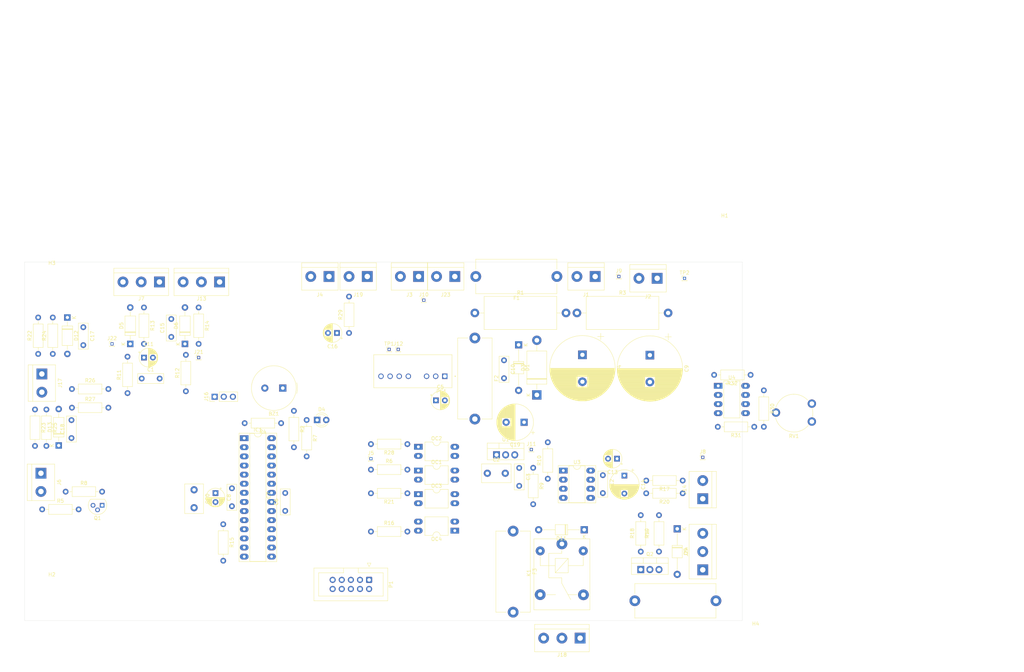
<source format=kicad_pcb>
(kicad_pcb (version 20240108) (generator "pcbnew") (generator_version "8.0")
  (layers (0 "F.Cu" signal) (31 "B.Cu" signal) (34 "B.Paste" user) (35 "F.Paste" user) (36 "B.SilkS" user "B.Silkscreen") (37 "F.SilkS" user "F.Silkscreen") (38 "B.Mask" user) (39 "F.Mask" user) (44 "Edge.Cuts" user))
  (net 0 "")
  (net 1 "/BUZZER")
  (net 2 "GND")
  (net 3 "+24V filtered")
  (net 4 "+18V")
  (net 5 "+5V")
  (net 6 "Net-(D5-K)")
  (net 7 "Net-(D6-K)")
  (net 8 "GNDPWR")
  (net 9 "Net-(D12-K)")
  (net 10 "Net-(IC1-PB6(XTAL1{slash}TOSC1))")
  (net 11 "Net-(D4-A)")
  (net 12 "+BATT")
  (net 13 "Net-(D11-A)")
  (net 14 "Net-(F1-Pad2)")
  (net 15 "/MISO")
  (net 16 "/Switch1")
  (net 18 "/SCK")
  (net 20 "/Mosfet (fan)")
  (net 21 "/UART_RX")
  (net 23 "/RESET")
  (net 24 "/MOSI")
  (net 25 "/LED-ext")
  (net 26 "/UART_TX")
  (net 27 "/LED")
  (net 28 "/analog1")
  (net 30 "/battery-threshold")
  (net 31 "/analog0 (gas)")
  (net 33 "/Switch2")
  (net 34 "/Relay (light)")
  (net 36 "/PWM_0")
  (net 37 "Net-(J6-Pin_2)")
  (net 38 "Net-(J7-Pin_2)")
  (net 39 "Net-(J13-Pin_2)")
  (net 40 "Net-(J17-Pin_1)")
  (net 41 "Net-(J18-Pin_2)")
  (net 42 "Net-(J18-Pin_3)")
  (net 43 "Net-(J18-Pin_1)")
  (net 44 "Net-(U3-INPUT)")
  (net 45 "Net-(OC1-Pad1)")
  (net 46 "Net-(Q1-C)")
  (net 47 "Net-(Q1-B)")
  (net 48 "Net-(Q2-G)")
  (net 49 "Net-(OC2-Pad1)")
  (net 50 "Net-(R1-Pad2)")
  (net 52 "Net-(OC3-Pad1)")
  (net 54 "Net-(D13-K)")
  (net 55 "Net-(J17-Pin_2)")
  (net 56 "Net-(J14-Pin_2)")
  (net 57 "Net-(D1-K)")
  (net 58 "Net-(F3-Pad1)")
  (net 59 "Net-(D9-K)")
  (net 60 "Net-(D9-A)")
  (net 61 "Net-(Q2-D)")
  (net 62 "Net-(BZ1-+)")
  (net 63 "Net-(OC4-Pad1)")
  (net 67 "Net-(U4B--)")
  (net 68 "Net-(R32-Pad1)")
  (net 69 "Net-(U4B-+)")
  (net 71 "Net-(R17-Pad2)")
  (net 72 "Net-(J19-Pin_2)")
  (footprint "MountingHole:MountingHole_5.3mm_M5" (layer "F.Cu") (at 7.62 93.472)
    (property "Reference" "H2" (at 0 -6.3 0) (layer "F.SilkS"))
    (property "Value" "MountingHole")
    (pad "" np_thru_hole circle (at 0 0) (size 5.3 5.3) (drill 5.3) (layers "*.Cu" "*.Mask"))
  )
  (footprint "Diode_THT:D_DO-201AE_P15.24mm_Horizontal" (layer "F.Cu") (at 142.748 37.084 90)
    (property "Reference" "D3" (at 7.62 -3.77 90) (layer "F.SilkS"))
    (property "Value" "TVS 28V (starts 31V)")
    (fp_text user "K" (at 0 -2.3 90) (layer "F.SilkS"))
    (pad "1" thru_hole rect (at 0 0 90) (size 2.6 2.6) (drill 1.3) (layers "*.Cu" "*.Mask") (net 8 "GNDPWR"))
    (pad "2" thru_hole oval (at 15.24 0 90) (size 2.6 2.6) (drill 1.3) (layers "*.Cu" "*.Mask") (net 57 "Net-(D1-K)"))
  )
  (footprint "Connector_PinHeader_1.00mm:PinHeader_1x01_P1.00mm_Vertical" (layer "F.Cu") (at 111.252 10.668)
    (property "Reference" "J10" (at 0 -1.56 0) (layer "F.SilkS"))
    (property "Value" "24V")
    (pad "1" thru_hole rect (at 0 0) (size 0.85 0.85) (drill 0.5) (layers "*.Cu" "*.Mask") (net 3 "+24V filtered"))
  )
  (footprint "Capacitor_THT:C_Disc_D7.0mm_W2.5mm_P5.00mm" (layer "F.Cu") (at 72.644 69.429 90)
    (property "Reference" "C6" (at 2.5 -2.5 90) (layer "F.SilkS"))
    (property "Value" "100nF")
    (pad "1" thru_hole circle (at 0 0 90) (size 1.6 1.6) (drill 0.8) (layers "*.Cu" "*.Mask") (net 5 "+5V"))
    (pad "2" thru_hole circle (at 5 0 90) (size 1.6 1.6) (drill 0.8) (layers "*.Cu" "*.Mask") (net 2 "GND"))
  )
  (footprint "Resistor_THT:R_Axial_DIN0207_L6.3mm_D2.5mm_P10.16mm_Horizontal" (layer "F.Cu") (at 202.311 31.496 180)
    (property "Reference" "R32" (at 5.08 -2.37 360) (layer "F.SilkS"))
    (property "Value" "1k")
    (pad "1" thru_hole circle (at 0 0 180) (size 1.6 1.6) (drill 0.8) (layers "*.Cu" "*.Mask") (net 68 "Net-(R32-Pad1)"))
    (pad "2" thru_hole oval (at 10.16 0 180) (size 1.6 1.6) (drill 0.8) (layers "*.Cu" "*.Mask") (net 63 "Net-(OC4-Pad1)"))
  )
  (footprint "Connector_PinHeader_1.00mm:PinHeader_1x01_P1.00mm_Vertical" (layer "F.Cu") (at 104.14 24.384)
    (property "Reference" "J12" (at 0 -1.56 0) (layer "F.SilkS"))
    (property "Value" "5V")
    (pad "1" thru_hole rect (at 0 0) (size 0.85 0.85) (drill 0.5) (layers "*.Cu" "*.Mask") (net 5 "+5V"))
  )
  (footprint "Buzzer_Beeper:Buzzer_TDK_PS1240P02BT_D12.2mm_H6.5mm" (layer "F.Cu") (at 71.9582 35.179 180)
    (property "Reference" "BZ1" (at 2.5 -7.17 360) (layer "F.SilkS"))
    (property "Value" "Buzzer")
    (pad "1" thru_hole rect (at 0 0 180) (size 2 2) (drill 1) (layers "*.Cu" "*.Mask") (net 62 "Net-(BZ1-+)"))
    (pad "2" thru_hole circle (at 5 0 180) (size 2 2) (drill 1) (layers "*.Cu" "*.Mask") (net 2 "GND"))
  )
  (footprint "Diode_THT:D_T-1_P12.70mm_Horizontal" (layer "F.Cu") (at 155.956 74.676 180)
    (property "Reference" "D11" (at 6.35 -2.42 360) (layer "F.SilkS"))
    (property "Value" "D")
    (fp_text user "K" (at 0 -2 360) (layer "F.SilkS"))
    (pad "1" thru_hole rect (at 0 0 180) (size 2 2) (drill 1) (layers "*.Cu" "*.Mask") (net 3 "+24V filtered"))
    (pad "2" thru_hole oval (at 12.7 0 180) (size 2 2) (drill 1) (layers "*.Cu" "*.Mask") (net 13 "Net-(D11-A)"))
  )
  (footprint "MountingHole:MountingHole_5.3mm_M5" (layer "F.Cu") (at 195.072 -6.604)
    (property "Reference" "H1" (at 0 -6.3 0) (layer "F.SilkS"))
    (property "Value" "MountingHole")
    (pad "" np_thru_hole circle (at 0 0) (size 5.3 5.3) (drill 5.3) (layers "*.Cu" "*.Mask"))
  )
  (footprint "Resistor_THT:R_Axial_DIN0207_L6.3mm_D2.5mm_P10.16mm_Horizontal" (layer "F.Cu") (at 106.68 50.8 180)
    (property "Reference" "R28" (at 5.08 -2.37 360) (layer "F.SilkS"))
    (property "Value" "200")
    (pad "1" thru_hole circle (at 0 0 180) (size 1.6 1.6) (drill 0.8) (layers "*.Cu" "*.Mask") (net 49 "Net-(OC2-Pad1)"))
    (pad "2" thru_hole oval (at 10.16 0 180) (size 1.6 1.6) (drill 0.8) (layers "*.Cu" "*.Mask") (net 20 "/Mosfet (fan)"))
  )
  (footprint "LED_THT:LED_D3.0mm_Clear" (layer "F.Cu") (at 81.529 44.069)
    (property "Reference" "D4" (at 1.27 -2.96 360) (layer "F.SilkS"))
    (property "Value" "LED 3mm green 20mA 2.5V")
    (pad "1" thru_hole rect (at 0 0) (size 1.8 1.8) (drill 0.9) (layers "*.Cu" "*.Mask") (net 11 "Net-(D4-A)"))
    (pad "2" thru_hole circle (at 2.54 0) (size 1.8 1.8) (drill 0.9) (layers "*.Cu" "*.Mask") (net 2 "GND"))
  )
  (footprint "TerminalBlock:TerminalBlock_bornier-3_P5.08mm" (layer "F.Cu") (at 188.976 85.852 90)
    (property "Reference" "J24" (at 5.05 -4.65 90) (layer "F.SilkS"))
    (property "Value" "Fan [GND-supp, Diode, Mosfet]")
    (pad "1" thru_hole rect (at 0 0 90) (size 3 3) (drill 1.52) (layers "*.Cu" "*.Mask") (net 60 "Net-(D9-A)"))
    (pad "2" thru_hole circle (at 5.08 0 90) (size 3 3) (drill 1.52) (layers "*.Cu" "*.Mask") (net 59 "Net-(D9-K)"))
    (pad "3" thru_hole circle (at 10.16 0 90) (size 3 3) (drill 1.52) (layers "*.Cu" "*.Mask") (net 8 "GNDPWR"))
  )
  (footprint "Resistor_THT:R_Axial_DIN0207_L6.3mm_D2.5mm_P10.16mm_Horizontal" (layer "F.Cu") (at 2.921 41.148 -90)
    (property "Reference" "R23" (at 5.08 -2.37 90) (layer "F.SilkS"))
    (property "Value" "10k")
    (pad "1" thru_hole circle (at 0 0 270) (size 1.6 1.6) (drill 0.8) (layers "*.Cu" "*.Mask") (net 55 "Net-(J17-Pin_2)"))
    (pad "2" thru_hole oval (at 10.16 0 270) (size 1.6 1.6) (drill 0.8) (layers "*.Cu" "*.Mask") (net 2 "GND"))
  )
  (footprint "Resistor_THT:R_Axial_DIN0207_L6.3mm_D2.5mm_P10.16mm_Horizontal" (layer "F.Cu") (at 55.372 73.152 -90)
    (property "Reference" "R15" (at 5.08 -2.37 90) (layer "F.SilkS"))
    (property "Value" "330")
    (pad "1" thru_hole circle (at 0 0 270) (size 1.6 1.6) (drill 0.8) (layers "*.Cu" "*.Mask") (net 10 "Net-(IC1-PB6(XTAL1{slash}TOSC1))"))
    (pad "2" thru_hole oval (at 10.16 0 270) (size 1.6 1.6) (drill 0.8) (layers "*.Cu" "*.Mask") (net 2 "GND"))
  )
  (footprint "Package_DIP:DIP-4_W10.16mm_LongPads" (layer "F.Cu") (at 119.883 74.935 180)
    (property "Reference" "OC4" (at 5.08 -2.33 360) (layer "F.SilkS"))
    (property "Value" "LTV-817")
    (pad "1" thru_hole rect (at 0 0 180) (size 2.4 1.6) (drill 0.8) (layers "*.Cu" "*.Mask") (net 63 "Net-(OC4-Pad1)"))
    (pad "2" thru_hole oval (at 0 2.54 180) (size 2.4 1.6) (drill 0.8) (layers "*.Cu" "*.Mask") (net 8 "GNDPWR"))
    (pad "3" thru_hole oval (at 10.16 2.54 180) (size 2.4 1.6) (drill 0.8) (layers "*.Cu" "*.Mask") (net 2 "GND"))
    (pad "4" thru_hole oval (at 10.16 0 180) (size 2.4 1.6) (drill 0.8) (layers "*.Cu" "*.Mask") (net 30 "/battery-threshold"))
  )
  (footprint "Resistor_THT:R_Axial_DIN0207_L6.3mm_D2.5mm_P10.16mm_Horizontal" (layer "F.Cu") (at 7.874 25.654 90)
    (property "Reference" "R24" (at 5.08 -2.37 90) (layer "F.SilkS"))
    (property "Value" "10k")
    (pad "1" thru_hole circle (at 0 0 90) (size 1.6 1.6) (drill 0.8) (layers "*.Cu" "*.Mask") (net 40 "Net-(J17-Pin_1)"))
    (pad "2" thru_hole oval (at 10.16 0 90) (size 1.6 1.6) (drill 0.8) (layers "*.Cu" "*.Mask") (net 9 "Net-(D12-K)"))
  )
  (footprint "Resistor_THT:R_Axial_DIN0207_L6.3mm_D2.5mm_P10.16mm_Horizontal" (layer "F.Cu") (at 176.784 80.772 90)
    (property "Reference" "R19" (at 5.08 -3.3274 90) (layer "F.SilkS"))
    (property "Value" "10k")
    (pad "1" thru_hole circle (at 0 0 90) (size 1.6 1.6) (drill 0.8) (layers "*.Cu" "*.Mask") (net 8 "GNDPWR"))
    (pad "2" thru_hole oval (at 10.16 0 90) (size 1.6 1.6) (drill 0.8) (layers "*.Cu" "*.Mask") (net 48 "Net-(Q2-G)"))
  )
  (footprint "Capacitor_THT:CP_Radial_D5.0mm_P2.50mm" (layer "F.Cu") (at 87.057112 19.812 180)
    (property "Reference" "C16" (at 1.25 -3.75 360) (layer "F.SilkS"))
    (property "Value" "10uf")
    (pad "1" thru_hole rect (at 0 0 180) (size 1.6 1.6) (drill 0.8) (layers "*.Cu" "*.Mask") (net 5 "+5V"))
    (pad "2" thru_hole circle (at 2.5 0 180) (size 1.6 1.6) (drill 0.8) (layers "*.Cu" "*.Mask") (net 2 "GND"))
  )
  (footprint "Resistor_THT:R_Axial_DIN0207_L6.3mm_D2.5mm_P10.16mm_Horizontal" (layer "F.Cu") (at 48.514 12.7 -90)
    (property "Reference" "R14" (at 5.08 -2.37 90) (layer "F.SilkS"))
    (property "Value" "1k")
    (pad "1" thru_hole circle (at 0 0 270) (size 1.6 1.6) (drill 0.8) (layers "*.Cu" "*.Mask") (net 39 "Net-(J13-Pin_2)"))
    (pad "2" thru_hole oval (at 10.16 0 270) (size 1.6 1.6) (drill 0.8) (layers "*.Cu" "*.Mask") (net 7 "Net-(D6-K)"))
  )
  (footprint "Diode_THT:D_A-405_P10.16mm_Horizontal" (layer "F.Cu") (at 29.464 22.86 90)
    (property "Reference" "D5" (at 5.08 -2.47 90) (layer "F.SilkS"))
    (property "Value" "5V1")
    (fp_text user "K" (at 0 -1.9 90) (layer "F.SilkS"))
    (pad "1" thru_hole rect (at 0 0 90) (size 1.8 1.8) (drill 0.9) (layers "*.Cu" "*.Mask") (net 6 "Net-(D5-K)"))
    (pad "2" thru_hole oval (at 10.16 0 90) (size 1.8 1.8) (drill 0.9) (layers "*.Cu" "*.Mask") (net 2 "GND"))
  )
  (footprint "Capacitor_THT:CP_Radial_D5.0mm_P2.50mm" (layer "F.Cu") (at 165.1 54.864 180)
    (property "Reference" "C13" (at 1.25 -3.75 360) (layer "F.SilkS"))
    (property "Value" "10uF")
    (pad "1" thru_hole rect (at 0 0 180) (size 1.6 1.6) (drill 0.8) (layers "*.Cu" "*.Mask") (net 4 "+18V"))
    (pad "2" thru_hole circle (at 2.5 0 180) (size 1.6 1.6) (drill 0.8) (layers "*.Cu" "*.Mask") (net 8 "GNDPWR"))
  )
  (footprint "Resistor_THT:R_Axial_DIN0207_L6.3mm_D2.5mm_P10.16mm_Horizontal" (layer "F.Cu") (at 28.702 36.576 90)
    (property "Reference" "R11" (at 5.08 -2.37 90) (layer "F.SilkS"))
    (property "Value" "2k2")
    (pad "1" thru_hole circle (at 0 0 90) (size 1.6 1.6) (drill 0.8) (layers "*.Cu" "*.Mask") (net 31 "/analog0 (gas)"))
    (pad "2" thru_hole oval (at 10.16 0 90) (size 1.6 1.6) (drill 0.8) (layers "*.Cu" "*.Mask") (net 6 "Net-(D5-K)"))
  )
  (footprint "Capacitor_THT:C_Disc_D7.0mm_W2.5mm_P5.00mm" (layer "F.Cu") (at 161.1376 59.4652 -90)
    (property "Reference" "C12" (at 2.5 -2.5 90) (layer "F.SilkS"))
    (property "Value" "100n")
    (pad "1" thru_hole circle (at 0 0 270) (size 1.6 1.6) (drill 0.8) (layers "*.Cu" "*.Mask") (net 4 "+18V"))
    (pad "2" thru_hole circle (at 5 0 270) (size 1.6 1.6) (drill 0.8) (layers "*.Cu" "*.Mask") (net 8 "GNDPWR"))
  )
  (footprint "Resistor_THT:R_Axial_DIN0207_L6.3mm_D2.5mm_P10.16mm_Horizontal" (layer "F.Cu") (at 141.732 57.404 -90)
    (property "Reference" "R9" (at 5.08 -2.37 90) (layer "F.SilkS"))
    (property "Value" "12k (15k used)")
    (pad "1" thru_hole circle (at 0 0 270) (size 1.6 1.6) (drill 0.8) (layers "*.Cu" "*.Mask") (net 4 "+18V"))
    (pad "2" thru_hole oval (at 10.16 0 270) (size 1.6 1.6) (drill 0.8) (layers "*.Cu" "*.Mask") (net 44 "Net-(U3-INPUT)"))
  )
  (footprint "Diode_THT:D_A-405_P10.16mm_Horizontal" (layer "F.Cu") (at 44.704 22.86 90)
    (property "Reference" "D6" (at 5.08 -2.47 90) (layer "F.SilkS"))
    (property "Value" "5V1")
    (fp_text user "K" (at 0 -1.9 90) (layer "F.SilkS"))
    (pad "1" thru_hole rect (at 0 0 90) (size 1.8 1.8) (drill 0.9) (layers "*.Cu" "*.Mask") (net 7 "Net-(D6-K)"))
    (pad "2" thru_hole oval (at 10.16 0 90) (size 1.8 1.8) (drill 0.9) (layers "*.Cu" "*.Mask") (net 2 "GND"))
  )
  (footprint "Capacitor_THT:C_Disc_D8.0mm_W5.0mm_P5.00mm" (layer "F.Cu") (at 128.954123 58.928)
    (property "Reference" "C2" (at 2.5 -3.75 360) (layer "F.SilkS"))
    (property "Value" "330nF")
    (pad "1" thru_hole circle (at 0 0) (size 2 2) (drill 1) (layers "*.Cu" "*.Mask") (net 3 "+24V filtered"))
    (pad "2" thru_hole circle (at 5 0) (size 2 2) (drill 1) (layers "*.Cu" "*.Mask") (net 8 "GNDPWR"))
  )
  (footprint "Resistor_THT:R_Axial_DIN0207_L6.3mm_D2.5mm_P10.16mm_Horizontal" (layer "F.Cu") (at 205.994 35.814 -90)
    (property "Reference" "R30" (at 5.08 -2.37 90) (layer "F.SilkS"))
    (property "Value" "150k")
    (pad "1" thru_hole circle (at 0 0 270) (size 1.6 1.6) (drill 0.8) (layers "*.Cu" "*.Mask") (net 3 "+24V filtered"))
    (pad "2" thru_hole oval (at 10.16 0 270) (size 1.6 1.6) (drill 0.8) (layers "*.Cu" "*.Mask") (net 67 "Net-(U4B--)"))
  )
  (footprint "Package_DIP:DIP-4_W10.16mm_LongPads" (layer "F.Cu") (at 109.733 58.161)
    (property "Reference" "OC1" (at 5.08 -2.33 0) (layer "F.SilkS"))
    (property "Value" "LTV-817")
    (pad "1" thru_hole rect (at 0 0) (size 2.4 1.6) (drill 0.8) (layers "*.Cu" "*.Mask") (net 45 "Net-(OC1-Pad1)"))
    (pad "2" thru_hole oval (at 0 2.54) (size 2.4 1.6) (drill 0.8) (layers "*.Cu" "*.Mask") (net 2 "GND"))
    (pad "3" thru_hole oval (at 10.16 2.54) (size 2.4 1.6) (drill 0.8) (layers "*.Cu" "*.Mask") (net 8 "GNDPWR"))
    (pad "4" thru_hole oval (at 10.16 0) (size 2.4 1.6) (drill 0.8) (layers "*.Cu" "*.Mask") (net 44 "Net-(U3-INPUT)"))
  )
  (footprint "Fuse:Fuseholder_Cylinder-5x20mm_Stelvio-Kontek_PTF78_Horizontal_Open" (layer "F.Cu") (at 125.476 21.212 -90)
    (property "Reference" "F2" (at 11.25 -6 90) (layer "F.SilkS"))
    (property "Value" "500mA")
    (pad "1" thru_hole circle (at 0 0 270) (size 3 3) (drill 1.5) (layers "*.Cu" "*.Mask") (net 57 "Net-(D1-K)"))
    (pad "2" thru_hole circle (at 22.6 0 270) (size 3 3) (drill 1.5) (layers "*.Cu" "*.Mask") (net 3 "+24V filtered"))
  )
  (footprint "Capacitor_THT:C_Disc_D7.0mm_W2.5mm_P5.00mm" (layer "F.Cu") (at 13.081 49.109 90)
    (property "Reference" "C18" (at 2.5 -2.5 90) (layer "F.SilkS"))
    (property "Value" "100n")
    (pad "1" thru_hole circle (at 0 0 90) (size 1.6 1.6) (drill 0.8) (layers "*.Cu" "*.Mask") (net 54 "Net-(D13-K)"))
    (pad "2" thru_hole circle (at 5 0 90) (size 1.6 1.6) (drill 0.8) (layers "*.Cu" "*.Mask") (net 2 "GND"))
  )
  (footprint "Capacitor_THT:CP_Radial_D18.0mm_P7.50mm" (layer "F.Cu") (at 174.244 25.98622 -90)
    (property "Reference" "C9" (at 3.75 -10.25 90) (layer "F.SilkS"))
    (property "Value" "2200uf")
    (pad "1" thru_hole rect (at 0 0 270) (size 2.4 2.4) (drill 1.2) (layers "*.Cu" "*.Mask") (net 57 "Net-(D1-K)"))
    (pad "2" thru_hole circle (at 7.5 0 270) (size 2.4 2.4) (drill 1.2) (layers "*.Cu" "*.Mask") (net 8 "GNDPWR"))
  )
  (footprint "Resistor_THT:R_Axial_DIN0207_L6.3mm_D2.5mm_P10.16mm_Horizontal" (layer "F.Cu") (at 71.501 44.958 180)
    (property "Reference" "R4" (at 5.08 -2.37 360) (layer "F.SilkS"))
    (property "Value" "10k")
    (pad "1" thru_hole circle (at 0 0 180) (size 1.6 1.6) (drill 0.8) (layers "*.Cu" "*.Mask") (net 5 "+5V"))
    (pad "2" thru_hole oval (at 10.16 0 180) (size 1.6 1.6) (drill 0.8) (layers "*.Cu" "*.Mask") (net 23 "/RESET"))
  )
  (footprint "TerminalBlock:TerminalBlock_bornier-3_P5.08mm" (layer "F.Cu") (at 154.813 104.902 180)
    (property "Reference" "J18" (at 5.05 -4.65 360) (layer "F.SilkS"))
    (property "Value" "Relay contacts [NO, COM, NC]")
    (pad "1" thru_hole rect (at 0 0 180) (size 3 3) (drill 1.52) (layers "*.Cu" "*.Mask") (net 43 "Net-(J18-Pin_1)"))
    (pad "2" thru_hole circle (at 5.08 0 180) (size 3 3) (drill 1.52) (layers "*.Cu" "*.Mask") (net 41 "Net-(J18-Pin_2)"))
    (pad "3" thru_hole circle (at 10.16 0 180) (size 3 3) (drill 1.52) (layers "*.Cu" "*.Mask") (net 42 "Net-(J18-Pin_3)"))
  )
  (footprint "Capacitor_THT:CP_Radial_D18.0mm_P7.50mm" (layer "F.Cu") (at 155.448 25.908 -90)
    (property "Reference" "C4" (at 3.75 -10.25 90) (layer "F.SilkS"))
    (property "Value" "2200uf")
    (pad "1" thru_hole rect (at 0 0 270) (size 2.4 2.4) (drill 1.2) (layers "*.Cu" "*.Mask") (net 57 "Net-(D1-K)"))
    (pad "2" thru_hole circle (at 7.5 0 270) (size 2.4 2.4) (drill 1.2) (layers "*.Cu" "*.Mask") (net 8 "GNDPWR"))
  )
  (footprint "Capacitor_THT:C_Disc_D7.0mm_W2.5mm_P5.00mm" (layer "F.Cu") (at 16.383 18.201 -90)
    (property "Reference" "C17" (at 2.5 -2.5 90) (layer "F.SilkS"))
    (property "Value" "100n")
    (pad "1" thru_hole circle (at 0 0 270) (size 1.6 1.6) (drill 0.8) (layers "*.Cu" "*.Mask") (net 9 "Net-(D12-K)"))
    (pad "2" thru_hole circle (at 5 0 270) (size 1.6 1.6) (drill 0.8) (layers "*.Cu" "*.Mask") (net 2 "GND"))
  )
  (footprint "Resistor_THT:R_Axial_DIN0207_L6.3mm_D2.5mm_P10.16mm_Horizontal" (layer "F.Cu") (at 78.613 44.069 -90)
    (property "Reference" "R7" (at 5.08 -2.37 90) (layer "F.SilkS"))
    (property "Value" "130")
    (pad "1" thru_hole circle (at 0 0 270) (size 1.6 1.6) (drill 0.8) (layers "*.Cu" "*.Mask") (net 11 "Net-(D4-A)"))
    (pad "2" thru_hole oval (at 10.16 0 270) (size 1.6 1.6) (drill 0.8) (layers "*.Cu" "*.Mask") (net 27 "/LED"))
  )
  (footprint "TerminalBlock:TerminalBlock_bornier-2_P5.08mm" (layer "F.Cu") (at 176.276 4.572 180)
    (property "Reference" "J2" (at 2.54 -5.08 360) (layer "F.SilkS"))
    (property "Value" "ST 2x GND power")
    (pad "1" thru_hole rect (at 0 0 180) (size 3 3) (drill 1.52) (layers "*.Cu" "*.Mask") (net 8 "GNDPWR"))
    (pad "2" thru_hole circle (at 5.08 0 180) (size 3 3) (drill 1.52) (layers "*.Cu" "*.Mask") (net 8 "GNDPWR"))
  )
  (footprint "Resistor_THT:R_Axial_DIN0207_L6.3mm_D2.5mm_P10.16mm_Horizontal" (layer "F.Cu") (at 171.704 80.772 90)
    (property "Reference" "R18" (at 5.08 -2.37 90) (layer "F.SilkS"))
    (property "Value" "10k")
    (pad "1" thru_hole circle (at 0 0 90) (size 1.6 1.6) (drill 0.8) (layers "*.Cu" "*.Mask") (net 48 "Net-(Q2-G)"))
    (pad "2" thru_hole oval (at 10.16 0 90) (size 1.6 1.6) (drill 0.8) (layers "*.Cu" "*.Mask") (net 3 "+24V filtered"))
  )
  (footprint "Capacitor_THT:CP_Radial_D10.0mm_P5.00mm" (layer "F.Cu") (at 139.192 44.704 180)
    (property "Reference" "C19" (at 2.5 -6.25 360) (layer "F.SilkS"))
    (property "Value" "1000u")
    (pad "1" thru_hole rect (at 0 0 180) (size 2 2) (drill 1) (layers "*.Cu" "*.Mask") (net 4 "+18V"))
    (pad "2" thru_hole circle (at 5 0 180) (size 2 2) (drill 1) (layers "*.Cu" "*.Mask") (net 8 "GNDPWR"))
  )
  (footprint "Capacitor_THT:C_Disc_D7.0mm_W2.5mm_P5.00mm" (layer "F.Cu") (at 40.894 20.915 90)
    (property "Reference" "C15" (at 2.5 -2.5 90) (layer "F.SilkS"))
    (property "Value" "100n")
    (pad "1" thru_hole circle (at 0 0 90) (size 1.6 1.6) (drill 0.8) (layers "*.Cu" "*.Mask") (net 7 "Net-(D6-K)"))
    (pad "2" thru_hole circle (at 5 0 90) (size 1.6 1.6) (drill 0.8) (layers "*.Cu" "*.Mask") (net 2 "GND"))
  )
  (footprint "Fuse:Fuseholder_Cylinder-5x20mm_Stelvio-Kontek_PTF78_Horizontal_Open" (layer "F.Cu") (at 170.056 94.488)
    (property "Reference" "F4" (at 3.46 -18.793 90) (layer "F.SilkS"))
    (property "Value" "500mA")
    (pad "1" thru_hole circle (at 0 0) (size 3 3) (drill 1.5) (layers "*.Cu" "*.Mask") (net 61 "Net-(Q2-D)"))
    (pad "2" thru_hole circle (at 22.6 0) (size 3 3) (drill 1.5) (layers "*.Cu" "*.Mask") (net 60 "Net-(D9-A)"))
  )
  (footprint "Package_TO_SOT_THT:TO-220-3_Vertical" (layer "F.Cu") (at 131.515723 53.7972)
    (property "Reference" "U1" (at 2.54 -4.27 360) (layer "F.SilkS"))
    (property "Value" "LM7818CT")
    (pad "1" thru_hole rect (at 0 0) (size 1.905 2) (drill 1.1) (layers "*.Cu" "*.Mask") (net 3 "+24V filtered"))
    (pad "2" thru_hole oval (at 2.54 0) (size 1.905 2) (drill 1.1) (layers "*.Cu" "*.Mask") (net 8 "GNDPWR"))
    (pad "3" thru_hole oval (at 5.08 0) (size 1.905 2) (drill 1.1) (layers "*.Cu" "*.Mask") (net 4 "+18V"))
  )
  (footprint "Package_DIP:DIP-4_W10.16mm_LongPads" (layer "F.Cu") (at 109.733 64.765)
    (property "Reference" "OC3" (at 5.08 -2.33 0) (layer "F.SilkS"))
    (property "Value" "LTV-817")
    (pad "1" thru_hole rect (at 0 0) (size 2.4 1.6) (drill 0.8) (layers "*.Cu" "*.Mask") (net 52 "Net-(OC3-Pad1)"))
    (pad "2" thru_hole oval (at 0 2.54) (size 2.4 1.6) (drill 0.8) (layers "*.Cu" "*.Mask") (net 2 "GND"))
    (pad "3" thru_hole oval (at 10.16 2.54) (size 2.4 1.6) (drill 0.8) (layers "*.Cu" "*.Mask") (net 8 "GNDPWR"))
    (pad "4" thru_hole oval (at 10.16 0) (size 2.4 1.6) (drill 0.8) (layers "*.Cu" "*.Mask") (net 13 "Net-(D11-A)"))
  )
  (footprint "TerminalBlock:TerminalBlock_bornier-2_P5.08mm" (layer "F.Cu") (at 4.572 58.928 -90)
    (property "Reference" "J6" (at 2.54 -5.08 90) (layer "F.SilkS"))
    (property "Value" "LED 3,2V 20mA [-, +]")
    (pad "1" thru_hole rect (at 0 0 270) (size 3 3) (drill 1.52) (layers "*.Cu" "*.Mask") (net 5 "+5V"))
    (pad "2" thru_hole circle (at 5.08 0 270) (size 3 3) (drill 1.52) (layers "*.Cu" "*.Mask") (net 37 "Net-(J6-Pin_2)"))
  )
  (footprint "MountingHole:MountingHole_5.3mm_M5" (layer "F.Cu") (at 203.708 107.188)
    (property "Reference" "H4" (at 0 -6.3 0) (layer "F.SilkS"))
    (property "Value" "MountingHole")
    (pad "" np_thru_hole circle (at 0 0) (size 5.3 5.3) (drill 5.3) (layers "*.Cu" "*.Mask"))
  )
  (footprint "Package_DIP:DIP-4_W10.16mm_LongPads" (layer "F.Cu") (at 109.728 51.557)
    (property "Reference" "OC2" (at 5.08 -2.33 0) (layer "F.SilkS"))
    (property "Value" "LTV-817")
    (pad "1" thru_hole rect (at 0 0) (size 2.4 1.6) (drill 0.8) (layers "*.Cu" "*.Mask") (net 49 "Net-(OC2-Pad1)"))
    (pad "2" thru_hole oval (at 0 2.54) (size 2.4 1.6) (drill 0.8) (layers "*.Cu" "*.Mask") (net 2 "GND"))
    (pad "3" thru_hole oval (at 10.16 2.54) (size 2.4 1.6) (drill 0.8) (layers "*.Cu" "*.Mask") (net 8 "GNDPWR"))
    (pad "4" thru_hole oval (at 10.16 0) (size 2.4 1.6) (drill 0.8) (layers "*.Cu" "*.Mask") (net 48 "Net-(Q2-G)"))
  )
  (footprint "Package_TO_SOT_THT:TO-220-3_Vertical" (layer "F.Cu") (at 171.704 85.781)
    (property "Reference" "Q2" (at 2.54 -4.27 360) (layer "F.SilkS"))
    (property "Value" "IRFZ24N")
    (pad "1" thru_hole rect (at 0 0) (size 1.905 2) (drill 1.1) (layers "*.Cu" "*.Mask") (net 48 "Net-(Q2-G)"))
    (pad "2" thru_hole oval (at 2.54 0) (size 1.905 2) (drill 1.1) (layers "*.Cu" "*.Mask") (net 61 "Net-(Q2-D)"))
    (pad "3" thru_hole oval (at 5.08 0) (size 1.905 2) (drill 1.1) (layers "*.Cu" "*.Mask") (net 8 "GNDPWR"))
  )
  (footprint "Package_DIP_AKL:DIP-8_W7.62mm_LongPads" (layer "F.Cu") (at 193.279 34.554)
    (property "Reference" "U4" (at 3.81 -2.33 0) (layer "F.SilkS"))
    (property "Value" "LM358N" (hide yes))
    (pad "1" thru_hole rect (at 0 0) (size 2.4 1.6) (drill 0.8) (layers "*.Cu" "*.Mask"))
    (pad "2" thru_hole oval (at 0 2.54) (size 2.4 1.6) (drill 0.8) (layers "*.Cu" "*.Mask") (net 8 "GNDPWR"))
    (pad "3" thru_hole oval (at 0 5.08) (size 2.4 1.6) (drill 0.8) (layers "*.Cu" "*.Mask") (net 8 "GNDPWR"))
    (pad "4" thru_hole oval (at 0 7.62) (size 2.4 1.6) (drill 0.8) (layers "*.Cu" "*.Mask") (net 8 "GNDPWR"))
    (pad "5" thru_hole oval (at 7.62 7.62) (size 2.4 1.6) (drill 0.8) (layers "*.Cu" "*.Mask") (net 69 "Net-(U4B-+)"))
    (pad "6" thru_hole oval (at 7.62 5.08) (size 2.4 1.6) (drill 0.8) (layers "*.Cu" "*.Mask") (net 67 "Net-(U4B--)"))
    (pad "7" thru_hole oval (at 7.62 2.54) (size 2.4 1.6) (drill 0.8) (layers "*.Cu" "*.Mask") (net 68 "Net-(R32-Pad1)"))
    (pad "8" thru_hole oval (at 7.62 0) (size 2.4 1.6) (drill 0.8) (layers "*.Cu" "*.Mask") (net 4 "+18V"))
  )
  (footprint "Diode_THT:D_T-1_P12.70mm_Horizontal" (layer "F.Cu") (at 137.668 23.114 -90)
    (property "Reference" "D1" (at 6.35 -2.42 90) (layer "F.SilkS"))
    (property "Value" "D")
    (fp_text user "K" (at 0 -2 90) (layer "F.SilkS"))
    (pad "1" thru_hole rect (at 0 0 270) (size 2 2) (drill 1) (layers "*.Cu" "*.Mask") (net 57 "Net-(D1-K)"))
    (pad "2" thru_hole oval (at 12.7 0 270) (size 2 2) (drill 1) (layers "*.Cu" "*.Mask") (net 8 "GNDPWR"))
  )
  (footprint "Fuse:Fuseholder_Cylinder-5x20mm_Stelvio-Kontek_PTF78_Horizontal_Open" (layer "F.Cu") (at 148.336 4.064 180)
    (property "Reference" "F1" (at 11.25 -6 360) (layer "F.SilkS"))
    (property "Value" "slow, max 4A")
    (pad "1" thru_hole circle (at 0 0 180) (size 3 3) (drill 1.5) (layers "*.Cu" "*.Mask") (net 12 "+BATT"))
    (pad "2" thru_hole circle (at 22.6 0 180) (size 3 3) (drill 1.5) (layers "*.Cu" "*.Mask") (net 14 "Net-(F1-Pad2)"))
  )
  (footprint "TerminalBlock:TerminalBlock_bornier-2_P5.08mm" (layer "F.Cu") (at 188.976 66.04 90)
    (property "Reference" "J14" (at 2.54 -5.08 90) (layer "F.SilkS"))
    (property "Value" "IGBT [GND, Gate]")
    (pad "1" thru_hole rect (at 0 0 90) (size 3 3) (drill 1.52) (layers "*.Cu" "*.Mask") (net 8 "GNDPWR"))
    (pad "2" thru_hole circle (at 5.08 0 90) (size 3 3) (drill 1.52) (layers "*.Cu" "*.Mask") (net 56 "Net-(J14-Pin_2)"))
  )
  (footprint "Resistor_THT:R_Axial_DIN0207_L6.3mm_D2.5mm_P10.16mm_Horizontal" (layer "F.Cu") (at 145.796 60.452 90)
    (property "Reference" "R10" (at 5.08 -2.37 90) (layer "F.SilkS"))
    (property "Value" "4k7")
    (pad "1" thru_hole circle (at 0 0 90) (size 1.6 1.6) (drill 0.8) (layers "*.Cu" "*.Mask") (net 44 "Net-(U3-INPUT)"))
    (pad "2" thru_hole oval (at 10.16 0 90) (size 1.6 1.6) (drill 0.8) (layers "*.Cu" "*.Mask") (net 8 "GNDPWR"))
  )
  (footprint "Capacitor_THT:C_Disc_D7.0mm_W2.5mm_P5.00mm" (layer "F.Cu") (at 133.604 27.432 -90)
    (property "Reference" "C10" (at 2.5 -2.5 90) (layer "F.SilkS"))
    (property "Value" "100n")
    (pad "1" thru_hole circle (at 0 0 270) (size 1.6 1.6) (drill 0.8) (layers "*.Cu" "*.Mask") (net 57 "Net-(D1-K)"))
    (pad "2" thru_hole circle (at 5 0 270) (size 1.6 1.6) (drill 0.8) (layers "*.Cu" "*.Mask") (net 8 "GNDPWR"))
  )
  (footprint "Resistor_THT:R_Axial_DIN0207_L6.3mm_D2.5mm_P10.16mm_Horizontal" (layer "F.Cu") (at 4.92 69)
    (property "Reference" "R5" (at 5.08 -2.37 0) (layer "F.SilkS"))
    (property "Value" "470")
    (pad "1" thru_hole circle (at 0 0) (size 1.6 1.6) (drill 0.8) (layers "*.Cu" "*.Mask") (net 25 "/LED-ext"))
    (pad "2" thru_hole oval (at 10.16 0) (size 1.6 1.6) (drill 0.8) (layers "*.Cu" "*.Mask") (net 47 "Net-(Q1-B)"))
  )
  (footprint "Resistor_THT:R_Axial_DIN0207_L6.3mm_D2.5mm_P10.16mm_Horizontal" (layer "F.Cu") (at 11.46 64.056)
    (property "Reference" "R8" (at 5.08 -2.37 0) (layer "F.SilkS"))
    (property "Value" "100")
    (pad "1" thru_hole circle (at 0 0) (size 1.6 1.6) (drill 0.8) (layers "*.Cu" "*.Mask") (net 37 "Net-(J6-Pin_2)"))
    (pad "2" thru_hole oval (at 10.16 0) (size 1.6 1.6) (drill 0.8) (layers "*.Cu" "*.Mask") (net 46 "Net-(Q1-C)"))
  )
  (footprint "Diode_THT:D_A-405_P10.16mm_Horizontal" (layer "F.Cu") (at 9.525 51.181 90)
    (property "Reference" "D13" (at 5.08 -2.47 90) (layer "F.SilkS"))
    (property "Value" "5V1")
    (fp_text user "K" (at 0 -1.9 90) (layer "F.SilkS"))
    (pad "1" thru_hole rect (at 0 0 90) (size 1.8 1.8) (drill 0.9) (layers "*.Cu" "*.Mask") (net 54 "Net-(D13-K)"))
    (pad "2" thru_hole oval (at 10.16 0 90) (size 1.8 1.8) (drill 0.9) (layers "*.Cu" "*.Mask") (net 2 "GND"))
  )
  (footprint "Diode_THT:D_T-1_P12.70mm_Horizontal" (layer "F.Cu") (at 181.864 74.422 -90)
    (property "Reference" "D9" (at 6.35 -2.42 90) (layer "F.SilkS"))
    (property "Value" "D")
    (fp_text user "K" (at 0 -2 90) (layer "F.SilkS"))
    (pad "1" thru_hole rect (at 0 0 270) (size 2 2) (drill 1) (layers "*.Cu" "*.Mask") (net 59 "Net-(D9-K)"))
    (pad "2" thru_hole oval (at 12.7 0 270) (size 2 2) (drill 1) (layers "*.Cu" "*.Mask") (net 60 "Net-(D9-A)"))
  )
  (footprint "Capacitor_THT:C_Disc_D8.0mm_W5.0mm_P5.00mm" (layer "F.Cu") (at 47.244 63.54 -90)
    (property "Reference" "C20" (at 2.5 -3.75 90) (layer "F.SilkS"))
    (property "Value" "330nF")
    (pad "1" thru_hole circle (at 0 0 270) (size 2 2) (drill 1) (layers "*.Cu" "*.Mask") (net 5 "+5V"))
    (pad "2" thru_hole circle (at 5 0 270) (size 2 2) (drill 1) (layers "*.Cu" "*.Mask") (net 2 "GND"))
  )
  (footprint "TerminalBlock:TerminalBlock_bornier-2_P5.08mm" (layer "F.Cu") (at 159.004 4.064 180)
    (property "Reference" "J1" (at 2.54 -5.08 360) (layer "F.SilkS"))
    (property "Value" "2x BATT IN")
    (pad "1" thru_hole rect (at 0 0 180) (size 3 3) (drill 1.52) (layers "*.Cu" "*.Mask") (net 12 "+BATT"))
    (pad "2" thru_hole circle (at 5.08 0 180) (size 3 3) (drill 1.52) (layers "*.Cu" "*.Mask") (net 12 "+BATT"))
  )
  (footprint "Resistor_THT:R_Axial_DIN0207_L6.3mm_D2.5mm_P10.16mm_Horizontal" (layer "F.Cu") (at 96.52 75.184)
    (property "Reference" "R16" (at 5.08 -2.37 360) (layer "F.SilkS"))
    (property "Value" "10k")
    (pad "1" thru_hole circle (at 0 0) (size 1.6 1.6) (drill 0.8) (layers "*.Cu" "*.Mask") (net 5 "+5V"))
    (pad "2" thru_hole oval (at 10.16 0) (size 1.6 1.6) (drill 0.8) (layers "*.Cu" "*.Mask") (net 30 "/battery-threshold"))
  )
  (footprint "Relay_THT:Relay_SPDT_SANYOU_SRD_Series_Form_C" (layer "F.Cu") (at 149.733 78.622 -90)
    (property "Reference" "K1" (at 8.1 9.2 90) (layer "F.SilkS"))
    (property "Value" "24V relay")
    (pad "1" thru_hole circle (at 0 0) (size 3 3) (drill 1.3) (layers "*.Cu" "*.Mask") (net 58 "Net-(F3-Pad1)"))
    (pad "2" thru_hole circle (at 1.95 6.05) (size 2.5 2.5) (drill 1) (layers "*.Cu" "*.Mask") (net 13 "Net-(D11-A)"))
    (pad "3" thru_hole circle (at 14.15 6.05) (size 3 3) (drill 1.3) (layers "*.Cu" "*.Mask") (net 42 "Net-(J18-Pin_3)"))
    (pad "4" thru_hole circle (at 14.2 -6) (size 3 3) (drill 1.3) (layers "*.Cu" "*.Mask") (net 43 "Net-(J18-Pin_1)"))
    (pad "5" thru_hole circle (at 1.95 -5.95) (size 2.5 2.5) (drill 1) (layers "*.Cu" "*.Mask") (net 3 "+24V filtered"))
  )
  (footprint "Capacitor_THT:CP_Radial_D8.0mm_P5.00mm" (layer "F.Cu") (at 167.132 59.573349 -90)
    (property "Reference" "C14" (at 2.5 -5.25 90) (layer "F.SilkS"))
    (property "Value" "100uF")
    (pad "1" thru_hole rect (at 0 0 270) (size 1.6 1.6) (drill 0.8) (layers "*.Cu" "*.Mask") (net 4 "+18V"))
    (pad "2" thru_hole circle (at 5 0 270) (size 1.6 1.6) (drill 0.8) (layers "*.Cu" "*.Mask") (net 8 "GNDPWR"))
  )
  (footprint "Connector_PinHeader_2.54mm:PinHeader_1x03_P2.54mm_Vertical" (layer "F.Cu") (at 52.974 37.592 90)
    (property "Reference" "J16" (at 0 -2.33 90) (layer "F.SilkS"))
    (property "Value" "UART [TX, RX, GND]")
    (pad "1" thru_hole rect (at 0 0 90) (size 1.7 1.7) (drill 1) (layers "*.Cu" "*.Mask") (net 26 "/UART_TX"))
    (pad "2" thru_hole oval (at 0 2.54 90) (size 1.7 1.7) (drill 1) (layers "*.Cu" "*.Mask") (net 21 "/UART_RX"))
    (pad "3" thru_hole oval (at 0 5.08 90) (size 1.7 1.7) (drill 1) (layers "*.Cu" "*.Mask") (net 2 "GND"))
  )
  (footprint "Connector_PinHeader_1.00mm:PinHeader_1x01_P1.00mm_Vertical" (layer "F.Cu") (at 141.224 52.324)
    (property "Reference" "J11" (at 0 -1.56 0) (layer "F.SilkS"))
    (property "Value" "18V")
    (pad "1" thru_hole rect (at 0 0) (size 0.85 0.85) (drill 0.5) (layers "*.Cu" "*.Mask") (net 4 "+18V"))
  )
  (footprint "TerminalBlock:TerminalBlock_bornier-3_P5.08mm" (layer "F.Cu") (at 54.356 5.588 180)
    (property "Reference" "J13" (at 5.05 -4.65 180) (layer "F.SilkS"))
    (property "Value" "ADC reserve")
    (pad "1" thru_hole rect (at 0 0 180) (size 3 3) (drill 1.52) (layers "*.Cu" "*.Mask") (net 2 "GND"))
    (pad "2" thru_hole circle (at 5.08 0 180) (size 3 3) (drill 1.52) (layers "*.Cu" "*.Mask") (net 39 "Net-(J13-Pin_2)"))
    (pad "3" thru_hole circle (at 10.16 0 180) (size 3 3) (drill 1.52) (layers "*.Cu" "*.Mask") (net 5 "+5V"))
  )
  (footprint "Resistor_THT:R_Axial_DIN0207_L6.3mm_D2.5mm_P10.16mm_Horizontal" (layer "F.Cu") (at 96.52 57.912)
    (property "Reference" "R6" (at 5.08 -2.37 0) (layer "F.SilkS"))
    (property "Value" "200")
    (pad "1" thru_hole circle (at 0 0) (size 1.6 1.6) (drill 0.8) (layers "*.Cu" "*.Mask") (net 36 "/PWM_0"))
    (pad "2" thru_hole oval (at 10.16 0) (size 1.6 1.6) (drill 0.8) (layers "*.Cu" "*.Mask") (net 45 "Net-(OC1-Pad1)"))
  )
  (footprint "Connector_IDC:IDC-Header_2x05_P2.54mm_Vertical" (layer "F.Cu") (at 96.012 88.6555 -90)
    (property "Reference" "P1" (at 1.27 -6.1 90) (layer "F.SilkS"))
    (property "Value" "ISP")
    (pad "1" thru_hole roundrect (at 0 0 270) (size 1.7 1.7) (drill 1) (layers "*.Cu" "*.Mask") (roundrect_rratio 0.147059) (net 24 "/MOSI"))
    (pad "2" thru_hole circle (at 2.54 0 270) (size 1.7 1.7) (drill 1) (layers "*.Cu" "*.Mask") (net 5 "+5V"))
    (pad "3" thru_hole circle (at 0 2.54 270) (size 1.7 1.7) (drill 1) (layers "*.Cu" "*.Mask"))
    (pad "4" thru_hole circle (at 2.54 2.54 270) (size 1.7 1.7) (drill 1) (layers "*.Cu" "*.Mask") (net 2 "GND"))
    (pad "5" thru_hole circle (at 0 5.08 270) (size 1.7 1.7) (drill 1) (layers "*.Cu" "*.Mask") (net 23 "/RESET"))
    (pad "6" thru_hole circle (at 2.54 5.08 270) (size 1.7 1.7) (drill 1) (layers "*.Cu" "*.Mask") (net 2 "GND"))
    (pad "7" thru_hole circle (at 0 7.62 270) (size 1.7 1.7) (drill 1) (layers "*.Cu" "*.Mask") (net 18 "/SCK"))
    (pad "8" thru_hole circle (at 2.54 7.62 270) (size 1.7 1.7) (drill 1) (layers "*.Cu" "*.Mask") (net 2 "GND"))
    (pad "9" thru_hole circle (at 0 10.16 270) (size 1.7 1.7) (drill 1) (layers "*.Cu" "*.Mask") (net 15 "/MISO"))
    (pad "10" thru_hole circle (at 2.54 10.16 270) (size 1.7 1.7) (drill 1) (layers "*.Cu" "*.Mask") (net 2 "GND"))
  )
  (footprint "Capacitor_THT:C_Disc_D7.0mm_W2.5mm_P5.00mm" (layer "F.Cu") (at 137.840323 57.444 -90)
    (property "Reference" "C3" (at 2.5 -2.5 90) (layer "F.SilkS"))
    (property "Value" "100nF")
    (pad "1" thru_hole circle (at 0 0 270) (size 1.6 1.6) (drill 0.8) (layers "*.Cu" "*.Mask") (net 4 "+18V"))
    (pad "2" thru_hole circle (at 5 0 270) (size 1.6 1.6) (drill 0.8) (layers "*.Cu" "*.Mask") (net 8 "GNDPWR"))
  )
  (footprint "Resistor_THT:R_Axial_DIN0207_L6.3mm_D2.5mm_P10.16mm_Horizontal" (layer "F.Cu") (at 13.208 40.64)
    (property "Reference" "R27" (at 5.08 -2.37 360) (layer "F.SilkS"))
    (property "Value" "2k2")
    (pad "1" thru_hole circle (at 0 0) (size 1.6 1.6) (drill 0.8) (layers "*.Cu" "*.Mask") (net 54 "Net-(D13-K)"))
    (pad "2" thru_hole oval (at 10.16 0) (size 1.6 1.6) (drill 0.8) (layers "*.Cu" "*.Mask") (net 33 "/Switch2"))
  )
  (footprint "Package_DIP:CERDIP-28_W7.62mm_SideBrazed_LongPads_Socket" (layer "F.Cu") (at 61.214 49.149)
    (property "Reference" "IC1" (at 3.81 -2.33 360) (layer "F.SilkS"))
    (property "Value" "ATMEGA8A-P")
    (pad "1" thru_hole rect (at 0 0) (size 2.4 1.6) (drill 0.8) (layers "*.Cu" "*.Mask") (net 23 "/RESET"))
    (pad "2" thru_hole oval (at 0 2.54) (size 2.4 1.6) (drill 0.8) (layers "*.Cu" "*.Mask") (net 21 "/UART_RX"))
    (pad "3" thru_hole oval (at 0 5.08) (size 2.4 1.6) (drill 0.8) (layers "*.Cu" "*.Mask") (net 26 "/UART_TX"))
    (pad "4" thru_hole oval (at 0 7.62) (size 2.4 1.6) (drill 0.8) (layers "*.Cu" "*.Mask") (net 16 "/Switch1"))
    (pad "5" thru_hole oval (at 0 10.16) (size 2.4 1.6) (drill 0.8) (layers "*.Cu" "*.Mask") (net 33 "/Switch2"))
    (pad "6" thru_hole oval (at 0 12.7) (size 2.4 1.6) (drill 0.8) (layers "*.Cu" "*.Mask"))
    (pad "7" thru_hole oval (at 0 15.24) (size 2.4 1.6) (drill 0.8) (layers "*.Cu" "*.Mask") (net 5 "+5V"))
    (pad "8" thru_hole oval (at 0 17.78) (size 2.4 1.6) (drill 0.8) (layers "*.Cu" "*.Mask") (net 2 "GND"))
    (pad "9" thru_hole oval (at 0 20.32) (size 2.4 1.6) (drill 0.8) (layers "*.Cu" "*.Mask") (net 10 "Net-(IC1-PB6(XTAL1{slash}TOSC1))"))
    (pad "10" thru_hole oval (at 0 22.86) (size 2.4 1.6) (drill 0.8) (layers "*.Cu" "*.Mask") (net 34 "/Relay (light)"))
    (pad "11" thru_hole oval (at 0 25.4) (size 2.4 1.6) (drill 0.8) (layers "*.Cu" "*.Mask"))
    (pad "12" thru_hole oval (at 0 27.94) (size 2.4 1.6) (drill 0.8) (layers "*.Cu" "*.Mask"))
    (pad "13" thru_hole oval (at 0 30.48) (size 2.4 1.6) (drill 0.8) (layers "*.Cu" "*.Mask"))
    (pad "14" thru_hole oval (at 0 33.02) (size 2.4 1.6) (drill 0.8) (layers "*.Cu" "*.Mask"))
    (pad "15" thru_hole oval (at 7.62 33.02) (size 2.4 1.6) (drill 0.8) (layers "*.Cu" "*.Mask") (net 36 "/PWM_0"))
    (pad "16" thru_hole oval (at 7.62 30.48) (size 2.4 1.6) (drill 0.8) (layers "*.Cu" "*.Mask") (net 20 "/Mosfet (fan)"))
    (pad "17" thru_hole oval (at 7.62 27.94) (size 2.4 1.6) (drill 0.8) (layers "*.Cu" "*.Mask") (net 24 "/MOSI"))
    (pad "18" thru_hole oval (at 7.62 25.4) (size 2.4 1.6) (drill 0.8) (layers "*.Cu" "*.Mask") (net 15 "/MISO"))
    (pad "19" thru_hole oval (at 7.62 22.86) (size 2.4 1.6) (drill 0.8) (layers "*.Cu" "*.Mask") (net 18 "/SCK"))
    (pad "20" thru_hole oval (at 7.62 20.32) (size 2.4 1.6) (drill 0.8) (layers "*.Cu" "*.Mask") (net 5 "+5V"))
    (pad "21" thru_hole oval (at 7.62 17.78) (size 2.4 1.6) (drill 0.8) (layers "*.Cu" "*.Mask"))
    (pad "22" thru_hole oval (at 7.62 15.24) (size 2.4 1.6) (drill 0.8) (layers "*.Cu" "*.Mask") (net 2 "GND"))
    (pad "23" thru_hole oval (at 7.62 12.7) (size 2.4 1.6) (drill 0.8) (layers "*.Cu" "*.Mask") (net 30 "/battery-threshold"))
    (pad "24" thru_hole oval (at 7.62 10.16) (size 2.4 1.6) (drill 0.8) (layers "*.Cu" "*.Mask") (net 28 "/analog1"))
    (pad "25" thru_hole oval (at 7.62 7.62) (size 2.4 1.6) (drill 0.8) (layers "*.Cu" "*.Mask") (net 31 "/analog0 (gas)"))
    (pad "26" thru_hole oval (at 7.62 5.08) (size 2.4 1.6) (drill 0.8) (layers "*.Cu" "*.Mask") (net 27 "/LED"))
    (pad "27" thru_hole oval (at 7.62 2.54) (size 2.4 1.6) (drill 0.8) (layers "*.Cu" "*.Mask") (net 1 "/BUZZER"))
    (pad "28" thru_hole oval (at 7.62 0) (size 2.4 1.6) (drill 0.8) (layers "*.Cu" "*.Mask") (net 25 "/LED-ext"))
  )
  (footprint "Capacitor_THT:CP_Radial_D5.0mm_P2.50mm" (layer "F.Cu") (at 53.213 64.453888 -90)
    (property "Reference" "C8" (at 1.25 -3.75 90) (layer "F.SilkS"))
    (property "Value" "10uF")
    (pad "1" thru_hole rect (at 0 0 270) (size 1.6 1.6) (drill 0.8) (layers "*.Cu" "*.Mask") (net 5 "+5V"))
    (pad "2" thru_hole circle (at 2.5 0 270) (size 1.6 1.6) (drill 0.8) (layers "*.Cu" "*.Mask") (net 2 "GND"))
  )
  (footprint "Capacitor_THT:CP_Radial_D5.0mm_P2.50mm" (layer "F.Cu") (at 33.274 26.67)
    (property "Reference" "C11" (at 1.25 -3.75 0) (layer "F.SilkS"))
    (property "Value" "10u")
    (pad "1" thru_hole rect (at 0 0) (size 1.6 1.6) (drill 0.8) (layers "*.Cu" "*.Mask") (net 6 "Net-(D5-K)"))
    (pad "2" thru_hole circle (at 2.5 0) (size 1.6 1.6) (drill 0.8) (layers "*.Cu" "*.Mask") (net 2 "GND"))
  )
  (footprint "Connector_PinHeader_1.00mm:PinHeader_1x01_P1.00mm_Vertical" (layer "F.Cu") (at 165.608 4.064)
    (property "Reference" "J9" (at 0 -1.56 0) (layer "F.SilkS"))
    (property "Value" "BATT")
    (pad "1" thru_hole rect (at 0 0) (size 0.85 0.85) (drill 0.5) (layers "*.Cu" "*.Mask") (net 12 "+BATT"))
  )
  (footprint "Package_DIP:DIP-8_W7.62mm_Socket_LongPads" (layer "F.Cu") (at 150.124 58.176)
    (property "Reference" "U3" (at 3.81 -2.33 0) (layer "F.SilkS"))
    (property "Value" "TC429")
    (pad "1" thru_hole rect (at 0 0) (size 2.4 1.6) (drill 0.8) (layers "*.Cu" "*.Mask") (net 4 "+18V"))
    (pad "2" thru_hole oval (at 0 2.54) (size 2.4 1.6) (drill 0.8) (layers "*.Cu" "*.Mask") (net 44 "Net-(U3-INPUT)"))
    (pad "3" thru_hole oval (at 0 5.08) (size 2.4 1.6) (drill 0.8) (layers "*.Cu" "*.Mask"))
    (pad "4" thru_hole oval (at 0 7.62) (size 2.4 1.6) (drill 0.8) (layers "*.Cu" "*.Mask") (net 8 "GNDPWR"))
    (pad "5" thru_hole oval (at 7.62 7.62) (size 2.4 1.6) (drill 0.8) (layers "*.Cu" "*.Mask") (net 8 "GNDPWR"))
    (pad "6" thru_hole oval (at 7.62 5.08) (size 2.4 1.6) (drill 0.8) (layers "*.Cu" "*.Mask") (net 71 "Net-(R17-Pad2)"))
    (pad "7" thru_hole oval (at 7.62 2.54) (size 2.4 1.6) (drill 0.8) (layers "*.Cu" "*.Mask") (net 71 "Net-(R17-Pad2)"))
    (pad "8" thru_hole oval (at 7.62 0) (size 2.4 1.6) (drill 0.8) (layers "*.Cu" "*.Mask") (net 4 "+18V"))
  )
  (footprint "Resistor_THT:R_Axial_DIN0207_L6.3mm_D2.5mm_P10.16mm_Horizontal" (layer "F.Cu") (at 13.208 35.433)
    (property "Reference" "R26" (at 5.08 -2.37 360) (layer "F.SilkS"))
    (property "Value" "2k2")
    (pad "1" thru_hole circle (at 0 0) (size 1.6 1.6) (drill 0.8) (layers "*.Cu" "*.Mask") (net 9 "Net-(D12-K)"))
    (pad "2" thru_hole oval (at 10.16 0) (size 1.6 1.6) (drill 0.8) (layers "*.Cu" "*.Mask") (net 16 "/Switch1"))
  )
  (footprint "RSO-2405S:CONV_RSO-2405S" (layer "F.Cu") (at 108.204 30.48 180)
    (property "Reference" "PS1" (at -7.975 -5.635 360) (layer "F.SilkS"))
    (property "Value" "RSO-2405S")
    (pad "1" thru_hole rect (at -8.9 -1.4 180) (size 1.508 1.508) (drill 1) (layers "*.Cu" "*.Mask") (net 8 "GNDPWR"))
    (pad "2" thru_hole circle (at -6.36 -1.4 180) (size 1.508 1.508) (drill 1) (layers "*.Cu" "*.Mask") (net 3 "+24V filtered"))
    (pad "3" thru_hole circle (at -3.82 -1.4 180) (size 1.508 1.508) (drill 1) (layers "*.Cu" "*.Mask"))
    (pad "5" thru_hole circle (at 1.26 -1.4 180) (size 1.508 1.508) (drill 1) (layers "*.Cu" "*.Mask"))
    (pad "6" thru_hole circle (at 3.8 -1.4 180) (size 1.508 1.508) (drill 1) (layers "*.Cu" "*.Mask") (net 5 "+5V"))
    (pad "7" thru_hole circle (at 6.34 -1.4 180) (size 1.508 1.508) (drill 1) (layers "*.Cu" "*.Mask") (net 2 "GND"))
    (pad "8" thru_hole circle (at 8.88 -1.4 180) (size 1.508 1.508) (drill 1) (layers "*.Cu" "*.Mask"))
  )
  (footprint "Connector_PinHeader_1.00mm:PinHeader_1x01_P1.00mm_Vertical" (layer "F.Cu") (at 183.896 4.572)
    (property "Reference" "TP2" (at 0 -1.56 0) (layer "F.SilkS"))
    (property "Value" "GND-power")
    (pad "1" thru_hole rect (at 0 0) (size 0.85 0.85) (drill 0.5) (layers "*.Cu" "*.Mask") (net 8 "GNDPWR"))
  )
  (footprint "TerminalBlock:TerminalBlock_bornier-3_P5.08mm" (layer "F.Cu") (at 37.592 5.588 180)
    (property "Reference" "J7" (at 5.05 -4.65 0) (layer "F.SilkS"))
    (property "Value" "Gas Pedal")
    (pad "1" thru_hole rect (at 0 0 180) (size 3 3) (drill 1.52) (layers "*.Cu" "*.Mask") (net 2 "GND"))
    (pad "2" thru_hole circle (at 5.08 0 180) (size 3 3) (drill 1.52) (layers "*.Cu" "*.Mask") (net 38 "Net-(J7-Pin_2)"))
    (pad "3" thru_hole circle (at 10.16 0 180) (size 3 3) (drill 1.52) (layers "*.Cu" "*.Mask") (net 5 "+5V"))
  )
  (footprint "Capacitor_THT:C_Disc_D7.0mm_W2.5mm_P5.00mm" (layer "F.Cu") (at 32.654 32.512)
    (property "Reference" "C1" (at 2.5 -2.5 360) (layer "F.SilkS"))
    (property "Value" "100n")
    (pad "1" thru_hole circle (at 0 0) (size 1.6 1.6) (drill 0.8) (layers "*.Cu" "*.Mask") (net 6 "Net-(D5-K)"))
    (pad "2" thru_hole circle (at 5 0) (size 1.6 1.6) (drill 0.8) (layers "*.Cu" "*.Mask") (net 2 "GND"))
  )
  (footprint "Connector_PinHeader_1.00mm:PinHeader_1x01_P1.00mm_Vertical" (layer "F.Cu") (at 101.6 24.384)
    (property "Reference" "TP1" (at 0 -1.56 0) (layer "F.SilkS"))
    (property "Value" "GNDD")
    (pad "1" thru_hole rect (at 0 0) (size 0.85 0.85) (drill 0.5) (layers "*.Cu" "*.Mask") (net 2 "GND"))
  )
  (footprint "Connector_PinHeader_1.00mm:PinHeader_1x01_P1.00mm_Vertical" (layer "F.Cu") (at 24.384 22.86)
    (property "Reference" "J22" (at 0 -1.56 0) (layer "F.SilkS"))
    (property "Value" "ADC Gas-pedal")
    (pad "1" thru_hole rect (at 0 0) (size 0.85 0.85) (drill 0.5) (layers "*.Cu" "*.Mask") (net 6 "Net-(D5-K)"))
  )
  (footprint "Resistor_THT:R_Axial_DIN0207_L6.3mm_D2.5mm_P10.16mm_Horizontal" (layer "F.Cu") (at 44.958 36.068 90)
    (property "Reference" "R12" (at 5.08 -2.37 90) (layer "F.SilkS"))
    (property "Value" "2k2")
    (pad "1" thru_hole circle (at 0 0 90) (size 1.6 1.6) (drill 0.8) (layers "*.Cu" "*.Mask") (net 28 "/analog1"))
    (pad "2" thru_hole oval (at 10.16 0 90) (size 1.6 1.6) (drill 0.8) (layers "*.Cu" "*.Mask") (net 7 "Net-(D6-K)"))
  )
  (footprint "TerminalBlock:TerminalBlock_bornier-2_P5.08mm" (layer "F.Cu") (at 119.888 4.064 180)
    (property "Reference" "J23" (at 2.54 -5.08 360) (layer "F.SilkS"))
    (property "Value" "2x 24V filtered")
    (pad "1" thru_hole rect (at 0 0 180) (size 3 3) (drill 1.52) (layers "*.Cu" "*.Mask") (net 3 "+24V filtered"))
    (pad "2" thru_hole circle (at 5.08 0 180) (size 3 3) (drill 1.52) (layers "*.Cu" "*.Mask") (net 3 "+24V filtered"))
  )
  (footprint "Connector_PinHeader_1.00mm:PinHeader_1x01_P1.00mm_Vertical" (layer "F.Cu") (at 188.976 54.483)
    (property "Reference" "J8" (at 0 -1.56 0) (layer "F.SilkS"))
    (property "Value" "Gate")
    (pad "1" thru_hole rect (at 0 0) (size 0.85 0.85) (drill 0.5) (layers "*.Cu" "*.Mask") (net 56 "Net-(J14-Pin_2)"))
  )
  (footprint "Resistor_THT:R_Axial_DIN0207_L6.3mm_D2.5mm_P10.16mm_Horizontal" (layer "F.Cu") (at 203.327 45.974 180)
    (property "Reference" "R31" (at 5.08 -2.37 360) (layer "F.SilkS"))
    (property "Value" "100k")
    (pad "1" thru_hole circle (at 0 0 180) (size 1.6 1.6) (drill 0.8) (layers "*.Cu" "*.Mask") (net 67 "Net-(U4B--)"))
    (pad "2" thru_hole oval (at 10.16 0 180) (size 1.6 1.6) (drill 0.8) (layers "*.Cu" "*.Mask") (net 8 "GNDPWR"))
  )
  (footprint "TerminalBlock:TerminalBlock_bornier-2_P5.08mm" (layer "F.Cu") (at 84.836 4.064 180)
    (property "Reference" "J4" (at 2.54 -5.08 0) (layer "F.SilkS"))
    (property "Value" "ST 2x GND  5V")
    (pad "1" thru_hole rect (at 0 0 180) (size 3 3) (drill 1.52) (layers "*.Cu" "*.Mask") (net 2 "GND"))
    (pad "2" thru_hole circle (at 5.08 0 180) (size 3 3) (drill 1.52) (layers "*.Cu" "*.Mask") (net 2 "GND"))
  )
  (footprint "Potentiometer_THT:Potentiometer_Piher_PT-10-V10_Vertical" (layer "F.Cu") (at 219.376 39.514 180)
    (property "Reference" "RV1" (at 5 -9.05 360) (layer "F.SilkS"))
    (property "Value" "500k")
    (pad "1" thru_hole circle (at 0 0 180) (size 2.34 2.34) (drill 1.3) (layers "*.Cu" "*.Mask") (net 4 "+18V"))
    (pad "2" thru_hole circle (at 10 -2.5 180) (size 2.34 2.34) (drill 1.3) (layers "*.Cu" "*.Mask") (net 69 "Net-(U4B-+)"))
    (pad "3" thru_hole circle (at 0 -5 180) (size 2.34 2.34) (drill 1.3) (layers "*.Cu" "*.Mask") (net 8 "GNDPWR"))
  )
  (footprint "MountingHole:MountingHole_5.3mm_M5" (layer "F.Cu") (at 7.62 6.604)
    (property "Reference" "H3" (at 0 -6.3 0) (layer "F.SilkS"))
    (property "Value" "MountingHole")
    (pad "" np_thru_hole circle (at 0 0) (size 5.3 5.3) (drill 5.3) (layers "*.Cu" "*.Mask"))
  )
  (footprint "Resistor_THT:R_Axial_DIN0207_L6.3mm_D2.5mm_P10.16mm_Horizontal" (layer "F.Cu") (at 183.388 60.96 180)
    (property "Reference" "R17" (at 5.08 -2.37 360) (layer "F.SilkS"))
    (property "Value" "0")
    (pad "1" thru_hole circle (at 0 0 180) (size 1.6 1.6) (drill 0.8) (layers "*.Cu" "*.Mask") (net 56 "Net-(J14-Pin_2)"))
    (pad "2" thru_hole oval (at 10.16 0 180) (size 1.6 1.6) (drill 0.8) (layers "*.Cu" "*.Mask") (net 71 "Net-(R17-Pad2)"))
  )
  (footprint "TerminalBlock:TerminalBlock_bornier-2_P5.08mm" (layer "F.Cu") (at 109.8042 4.064 180)
    (property "Reference" "J3" (at 2.54 -5.08 360) (layer "F.SilkS"))
    (property "Value" "2x 24V filtered")
    (pad "1" thru_hole rect (at 0 0 180) (size 3 3) (drill 1.52) (layers "*.Cu" "*.Mask") (net 3 "+24V filtered"))
    (pad "2" thru_hole circle (at 5.08 0 180) (size 3 3) (drill 1.52) (layers "*.Cu" "*.Mask") (net 3 "+24V filtered"))
  )
  (footprint "Resistor_THT:R_Axial_DIN0207_L6.3mm_D2.5mm_P10.16mm_Horizontal" (layer "F.Cu") (at 3.81 25.654 90)
    (property "Reference" "R22" (at 5.08 -2.37 90) (layer "F.SilkS"))
    (property "Value" "10k")
    (pad "1" thru_hole circle (at 0 0 90) (size 1.6 1.6) (drill 0.8) (layers "*.Cu" "*.Mask") (net 40 "Net-(J17-Pin_1)"))
    (pad "2" thru_hole oval (at 10.16 0 90) (size 1.6 1.6) (drill 0.8) (layers "*.Cu" "*.Mask") (net 2 "GND"))
  )
  (footprint "Connector_PinHeader_1.00mm:PinHeader_1x01_P1.00mm_Vertical" (layer "F.Cu") (at 96.52 54.864)
    (property "Reference" "J5" (at 0 -1.56 0) (layer "F.SilkS"))
    (property "Value" "PWM-Signal")
    (pad "1" thru_hole rect (at 0 0) (size 0.85 0.85) (drill 0.5) (layers "*.Cu" "*.Mask") (net 36 "/PWM_0"))
  )
  (footprint "Capacitor_THT:C_Disc_D7.0mm_W2.5mm_P5.00mm" (layer "F.Cu") (at 57.785 63.119 -90)
    (property "Reference" "C7" (at 1.992 -10.247 90) (layer "F.SilkS"))
    (property "Value" "100nF")
    (pad "1" thru_hole circle (at 0 0 270) (size 1.6 1.6) (drill 0.8) (layers "*.Cu" "*.Mask") (net 5 "+5V"))
    (pad "2" thru_hole circle (at 5 0 270) (size 1.6 1.6) (drill 0.8) (layers "*.Cu" "*.Mask") (net 2 "GND"))
  )
  (footprint "Diode_THT:D_A-405_P10.16mm_Horizontal" (layer "F.Cu") (at 11.938 15.494 -90)
    (property "Reference" "D12" (at 5.08 -2.47 90) (layer "F.SilkS"))
    (property "Value" "5V1")
    (fp_text user "K" (at 0 -1.9 90) (layer "F.SilkS"))
    (pad "1" thru_hole rect (at 0 0 270) (size 1.8 1.8) (drill 0.9) (layers "*.Cu" "*.Mask") (net 9 "Net-(D12-K)"))
    (pad "2" thru_hole oval (at 10.16 0 270) (size 1.8 1.8) (drill 0.9) (layers "*.Cu" "*.Mask") (net 2 "GND"))
  )
  (footprint "Connector_PinHeader_1.00mm:PinHeader_1x01_P1.00mm_Vertical" (layer "F.Cu") (at 48.514 26.67)
    (property "Reference" "J21" (at 0 -1.56 0) (layer "F.SilkS"))
    (property "Value" "ADC reserve")
    (pad "1" thru_hole rect (at 0 0) (size 0.85 0.85) (drill 0.5) (layers "*.Cu" "*.Mask") (net 7 "Net-(D6-K)"))
  )
  (footprint "Resistor_THT:R_Axial_DIN0207_L6.3mm_D2.5mm_P10.16mm_Horizontal" (layer "F.Cu") (at 33.274 12.7 -90)
    (property "Reference" "R13" (at 5.08 -2.37 90) (layer "F.SilkS"))
    (property "Value" "1k")
    (pad "1" thru_hole circle (at 0 0 270) (size 1.6 1.6) (drill 0.8) (layers "*.Cu" "*.Mask") (net 38 "Net-(J7-Pin_2)"))
    (pad "2" thru_hole oval (at 10.16 0 270) (size 1.6 1.6) (drill 0.8) (layers "*.Cu" "*.Mask") (net 6 "Net-(D5-K)"))
  )
  (footprint "Resistor_THT:R_Axial_DIN0207_L6.3mm_D2.5mm_P10.16mm_Horizontal" (layer "F.Cu") (at 183.388 64.516 180)
    (property "Reference" "R20" (at 5.08 -2.37 360) (layer "F.SilkS"))
    (property "Value" "nopop")
    (pad "1" thru_hole circle (at 0 0 180) (size 1.6 1.6) (drill 0.8) (layers "*.Cu" "*.Mask") (net 56 "Net-(J14-Pin_2)"))
    (pad "2" thru_hole oval (at 10.16 0 180) (size 1.6 1.6) (drill 0.8) (layers "*.Cu" "*.Mask") (net 71 "Net-(R17-Pad2)"))
  )
  (footprint "Package_TO_SOT_THT:TO-92L" (layer "F.Cu") (at 21.63 67.866 180)
    (property "Reference" "Q1" (at 1.29 -3.56 0) (layer "F.SilkS"))
    (property "Value" "BC547")
    (pad "1" thru_hole rect (at 0 0 180) (size 1.3 1.3) (drill 0.75) (layers "*.Cu" "*.Mask") (net 46 "Net-(Q1-C)"))
    (pad "2" thru_hole circle (at 1.28 -1.27 180) (size 1.3 1.3) (drill 0.75) (layers "*.Cu" "*.Mask") (net 47 "Net-(Q1-B)"))
    (pad "3" thru_hole circle (at 2.54 0 180) (size 1.3 1.3) (drill 0.75) (layers "*.Cu" "*.Mask") (net 2 "GND"))
  )
  (footprint "Resistor_THT:R_Axial_DIN0922_L20.0mm_D9.0mm_P25.40mm_Horizontal" (layer "F.Cu") (at 125.476 14.224)
    (property "Reference" "R1" (at 12.7 -5.62 360) (layer "F.SilkS"))
    (property "Value" "2.5")
    (pad "1" thru_hole circle (at 0 0) (size 2.4 2.4) (drill 1.2) (layers "*.Cu" "*.Mask") (net 14 "Net-(F1-Pad2)"))
    (pad "2" thru_hole oval (at 25.4 0) (size 2.4 2.4) (drill 1.2) (layers "*.Cu" "*.Mask") (net 50 "Net-(R1-Pad2)"))
  )
  (footprint "Resistor_THT:R_Axial_DIN0922_L20.0mm_D9.0mm_P25.40mm_Horizontal" (layer "F.Cu") (at 153.924 14.224)
    (property "Reference" "R3" (at 12.7 -5.62 360) (layer "F.SilkS"))
    (property "Value" "2.5")
    (pad "1" thru_hole circle (at 0 0) (size 2.4 2.4) (drill 1.2) (layers "*.Cu" "*.Mask") (net 50 "Net-(R1-Pad2)"))
    (pad "2" thru_hole oval (at 25.4 0) (size 2.4 2.4) (drill 1.2) (layers "*.Cu" "*.Mask") (net 57 "Net-(D1-K)"))
  )
  (footprint "Fuse:Fuseholder_Cylinder-5x20mm_Stelvio-Kontek_PTF78_Horizontal_Open" (layer "F.Cu") (at 136.144 75.06 -90)
    (property "Reference" "F3" (at 11.25 -6 90) (layer "F.SilkS"))
    (property "Value" "(H7 24V 70W)  -> 3A")
    (pad "1" thru_hole circle (at 0 0 270) (size 3 3) (drill 1.5) (layers "*.Cu" "*.Mask") (net 58 "Net-(F3-Pad1)"))
    (pad "2" thru_hole circle (at 22.6 0 270) (size 3 3) (drill 1.5) (layers "*.Cu" "*.Mask") (net 41 "Net-(J18-Pin_2)"))
  )
  (footprint "Capacitor_THT:CP_Radial_D5.0mm_P2.50mm" (layer "F.Cu") (at 114.618888 38.608)
    (property "Reference" "C5" (at 1.25 -3.75 0) (layer "F.SilkS"))
    (property "Value" "10uf")
    (pad "1" thru_hole rect (at 0 0) (size 1.6 1.6) (drill 0.8) (layers "*.Cu" "*.Mask") (net 3 "+24V filtered"))
    (pad "2" thru_hole circle (at 2.5 0) (size 1.6 1.6) (drill 0.8) (layers "*.Cu" "*.Mask") (net 8 "GNDPWR"))
  )
  (footprint "TerminalBlock:TerminalBlock_bornier-2_P5.08mm" (layer "F.Cu") (at 4.826 31.242 -90)
    (property "Reference" "J17" (at 2.54 -5.08 90) (layer "F.SilkS"))
    (property "Value" "2x  Switch (to 5V)")
    (pad "1" thru_hole rect (at 0 0 270) (size 3 3) (drill 1.52) (layers "*.Cu" "*.Mask") (net 40 "Net-(J17-Pin_1)"))
    (pad "2" thru_hole circle (at 5.08 0 270) (size 3 3) (drill 1.52) (layers "*.Cu" "*.Mask") (net 55 "Net-(J17-Pin_2)"))
  )
  (footprint "Resistor_THT:R_Axial_DIN0207_L6.3mm_D2.5mm_P10.16mm_Horizontal" (layer "F.Cu") (at 6.096 41.148 -90)
    (property "Reference" "R25" (at 5.08 -2.37 90) (layer "F.SilkS"))
    (property "Value" "10k")
    (pad "1" thru_hole circle (at 0 0 270) (size 1.6 1.6) (drill 0.8) (layers "*.Cu" "*.Mask") (net 55 "Net-(J17-Pin_2)"))
    (pad "2" thru_hole oval (at 10.16 0 270) (size 1.6 1.6) (drill 0.8) (layers "*.Cu" "*.Mask") (net 54 "Net-(D13-K)"))
  )
  (footprint "Resistor_THT:R_Axial_DIN0207_L6.3mm_D2.5mm_P10.16mm_Horizontal" (layer "F.Cu") (at 106.68 64.516 180)
    (property "Reference" "R21" (at 5.08 -2.37 360) (layer "F.SilkS"))
    (property "Value" "200")
    (pad "1" thru_hole circle (at 0 0 180) (size 1.6 1.6) (drill 0.8) (layers "*.Cu" "*.Mask") (net 52 "Net-(OC3-Pad1)"))
    (pad "2" thru_hole oval (at 10.16 0 180) (size 1.6 1.6) (drill 0.8) (layers "*.Cu" "*.Mask") (net 34 "/Relay (light)"))
  )
  (footprint "Resistor_THT:R_Axial_DIN0207_L6.3mm_D2.5mm_P10.16mm_Horizontal" (layer "F.Cu") (at 75.057 41.529 -90)
    (property "Reference" "R2" (at 5.08 -2.37 90) (layer "F.SilkS"))
    (property "Value" "10")
    (pad "1" thru_hole circle (at 0 0 270) (size 1.6 1.6) (drill 0.8) (layers "*.Cu" "*.Mask") (net 62 "Net-(BZ1-+)"))
    (pad "2" thru_hole oval (at 10.16 0 270) (size 1.6 1.6) (drill 0.8) (layers "*.Cu" "*.Mask") (net 1 "/BUZZER"))
  )
  (footprint "TerminalBlock:TerminalBlock_bornier-2_P5.08mm" (layer "F.Cu") (at 95.504 4.064 180)
    (property "Reference" "J19" (at 2.54 -5.08 0) (layer "F.SilkS"))
    (property "Value" "5V, 5V-decoupled")
    (pad "1" thru_hole rect (at 0 0 180) (size 3 3) (drill 1.52) (layers "*.Cu" "*.Mask") (net 5 "+5V"))
    (pad "2" thru_hole circle (at 5.08 0 180) (size 3 3) (drill 1.52) (layers "*.Cu" "*.Mask") (net 72 "Net-(J19-Pin_2)"))
  )
  (footprint "Resistor_THT:R_Axial_DIN0207_L6.3mm_D2.5mm_P10.16mm_Horizontal" (layer "F.Cu") (at 90.424 19.812 90)
    (property "Reference" "R29" (at 5.08 -2.37 90) (layer "F.SilkS"))
    (property "Value" "20")
    (pad "1" thru_hole circle (at 0 0 90) (size 1.6 1.6) (drill 0.8) (layers "*.Cu" "*.Mask") (net 5 "+5V"))
    (pad "2" thru_hole oval (at 10.16 0 90) (size 1.6 1.6) (drill 0.8) (layers "*.Cu" "*.Mask") (net 72 "Net-(J19-Pin_2)"))
  )
  (gr_rect (start 0 0) (end 200 100) (stroke (width 0.05)) (fill none) (layer "Edge.Cuts"))
)
</source>
